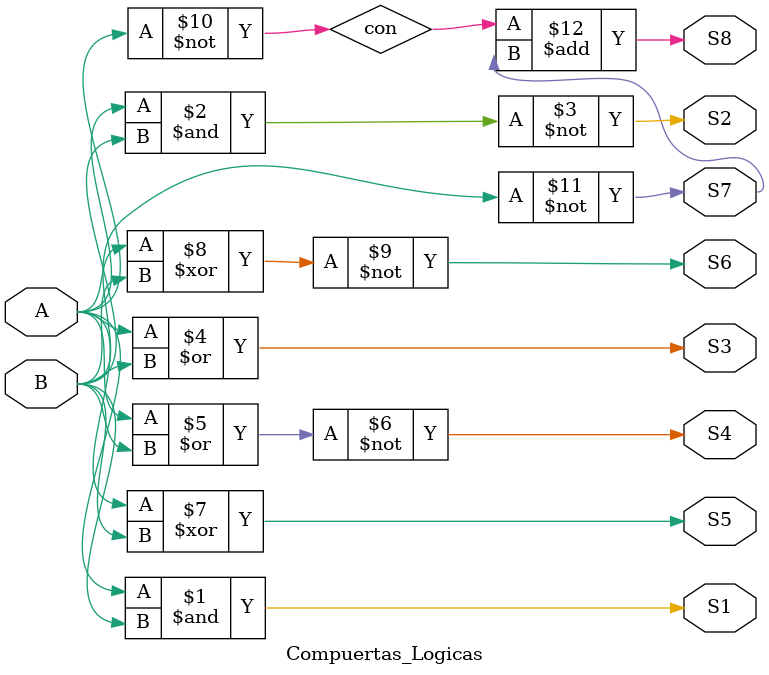
<source format=v>
`timescale 1ns / 1ps

module Compuertas_Logicas(
    input A,    //Entrada 1
    input B,    //Entrada 2    
    output S1,  //Salida AND
    output S2,  //Salida NAND 
    output S3,  //Salida OR
    output S4,  //Salida NOR
    output S5,  //Salida XOR
    output S6,  //Salida XNOR
    output S7,  //Salida NOT
    output S8   //Salida NOT con la doble entrada de NOT de A y B
    );

wire con; //Hacer conexion entre ambas entradas NOT
   
assign S1 = A & B;  //Compuerta AND
assign S2 = ~(A & B);   //Compuerta NAND
assign S3 = A | B;  //Compuerta OR
assign S4 = ~(A | B);   //Compuerta NOR
assign S5 = A ^ B;  //Compuerta XOR
assign S6 = ~(A ^ B);   //Compuerta XNOR   
assign con = ~A;    //Compuerta NOT entrada 1
assign S7 = ~B;     //Compuerta NOT entrada 2   
assign S8 = con+S7; //Doble entrada NOT 
    
endmodule

</source>
